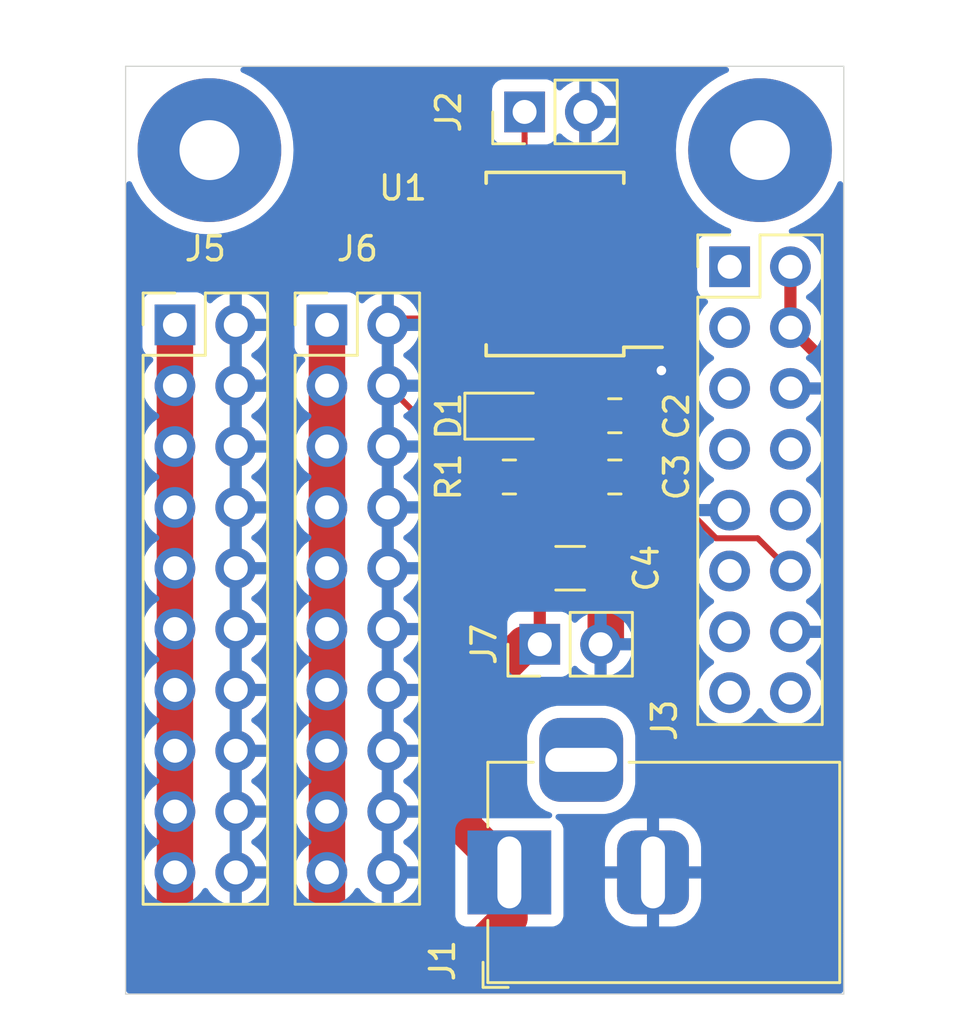
<source format=kicad_pcb>
(kicad_pcb (version 20221018) (generator pcbnew)
  (layers (0 "F.Cu" signal) (31 "B.Cu" signal) (34 "B.Paste" user) (35 "F.Paste" user) (36 "B.SilkS" user "B.Silkscreen") (37 "F.SilkS" user "F.Silkscreen") (38 "B.Mask" user) (39 "F.Mask" user) (44 "Edge.Cuts" user))
  (net 0 "")
  (net 1 "0")
  (net 2 "+5V")
  (net 3 "Net-(D1-Pad2)")
  (net 4 "Net-(J1-Pad16)")
  (net 5 "Net-(J1-Pad15)")
  (net 6 "Net-(J1-Pad11)")
  (net 7 "Net-(J1-Pad10)")
  (net 8 "Net-(J1-Pad8)")
  (net 9 "/Data")
  (net 10 "Net-(J1-Pad3)")
  (net 11 "Net-(J2-Pad1)")
  (net 12 "Net-(U1-Pad17)")
  (net 13 "Net-(U1-Pad16)")
  (net 14 "Net-(U1-Pad15)")
  (net 15 "Net-(U1-Pad14)")
  (net 16 "Net-(U1-Pad13)")
  (net 17 "Net-(U1-Pad12)")
  (net 18 "Net-(U1-Pad11)")
  (net 19 "Net-(U1-Pad9)")
  (net 20 "Net-(U1-Pad8)")
  (net 21 "Net-(U1-Pad7)")
  (net 22 "Net-(U1-Pad6)")
  (net 23 "Net-(U1-Pad5)")
  (net 24 "Net-(U1-Pad4)")
  (net 25 "Net-(U1-Pad3)")
  (net 26 "Net-(J1-Pad5)")
  (net 27 "Net-(J1-Pad13)")
  (net 28 "Net-(J1-Pad7)")
  (net 29 "Net-(J1-Pad1)")
  (footprint "Connector_PinHeader_2.54mm:PinHeader_1x02_P2.54mm_Vertical" (layer "F.Cu") (at 112.395 52.705 90)
    (fp_text reference "J2" (at 0 -3.175 90) (layer "F.SilkS"))
    (fp_text value "Conn_01x02")
    (fp_line (start -1.33 -1.33) (end 0 -1.33) (stroke (width 0.12)) (layer "F.SilkS"))
    (fp_line (start -1.33 0) (end -1.33 -1.33) (stroke (width 0.12)) (layer "F.SilkS"))
    (fp_line (start -1.33 1.27) (end -1.33 3.87) (stroke (width 0.12)) (layer "F.SilkS"))
    (fp_line (start -1.33 1.27) (end 1.33 1.27) (stroke (width 0.12)) (layer "F.SilkS"))
    (fp_line (start -1.33 3.87) (end 1.33 3.87) (stroke (width 0.12)) (layer "F.SilkS"))
    (fp_line (start 1.33 1.27) (end 1.33 3.87) (stroke (width 0.12)) (layer "F.SilkS"))
    (pad "1" thru_hole rect (at 0 0 90) (size 1.7 1.7) (drill 1) (layers "*.Cu" "*.Mask") (net 11 "Net-(J2-Pad1)"))
    (pad "2" thru_hole oval (at 0 2.54 90) (size 1.7 1.7) (drill 1) (layers "*.Cu" "*.Mask") (net 1 "0"))
  )
  (footprint "Connector_PinHeader_2.54mm:PinHeader_2x08_P2.54mm_Vertical" (layer "F.Cu") (at 120.96 59.17)
    (fp_text reference "J1" (at -11.994 28.968 270) (layer "F.SilkS"))
    (fp_text value "Conn_02x08_Odd_Even")
    (fp_line (start -1.33 -1.33) (end 0 -1.33) (stroke (width 0.12)) (layer "F.SilkS"))
    (fp_line (start -1.33 0) (end -1.33 -1.33) (stroke (width 0.12)) (layer "F.SilkS"))
    (fp_line (start -1.33 1.27) (end -1.33 19.11) (stroke (width 0.12)) (layer "F.SilkS"))
    (fp_line (start -1.33 1.27) (end 1.27 1.27) (stroke (width 0.12)) (layer "F.SilkS"))
    (fp_line (start -1.33 19.11) (end 3.87 19.11) (stroke (width 0.12)) (layer "F.SilkS"))
    (fp_line (start 1.27 -1.33) (end 3.87 -1.33) (stroke (width 0.12)) (layer "F.SilkS"))
    (fp_line (start 1.27 1.27) (end 1.27 -1.33) (stroke (width 0.12)) (layer "F.SilkS"))
    (fp_line (start 3.87 -1.33) (end 3.87 19.11) (stroke (width 0.12)) (layer "F.SilkS"))
    (pad "1" thru_hole rect locked (at 0 0) (size 1.7 1.7) (drill 1) (layers "*.Cu" "*.Mask") (net 29 "Net-(J1-Pad1)"))
    (pad "2" thru_hole oval locked (at 2.54 0) (size 1.7 1.7) (drill 1) (layers "*.Cu" "*.Mask") (net 2 "+5V"))
    (pad "3" thru_hole oval locked (at 0 2.54) (size 1.7 1.7) (drill 1) (layers "*.Cu" "*.Mask") (net 10 "Net-(J1-Pad3)"))
    (pad "4" thru_hole oval locked (at 2.54 2.54) (size 1.7 1.7) (drill 1) (layers "*.Cu" "*.Mask") (net 2 "+5V"))
    (pad "5" thru_hole oval locked (at 0 5.08) (size 1.7 1.7) (drill 1) (layers "*.Cu" "*.Mask") (net 26 "Net-(J1-Pad5)"))
    (pad "6" thru_hole oval locked (at 2.54 5.08) (size 1.7 1.7) (drill 1) (layers "*.Cu" "*.Mask") (net 1 "0"))
    (pad "7" thru_hole oval locked (at 0 7.62) (size 1.7 1.7) (drill 1) (layers "*.Cu" "*.Mask") (net 28 "Net-(J1-Pad7)"))
    (pad "8" thru_hole oval locked (at 2.54 7.62) (size 1.7 1.7) (drill 1) (layers "*.Cu" "*.Mask") (net 8 "Net-(J1-Pad8)"))
    (pad "9" thru_hole oval locked (at 0 10.16) (size 1.7 1.7) (drill 1) (layers "*.Cu" "*.Mask") (net 1 "0"))
    (pad "10" thru_hole oval locked (at 2.54 10.16) (size 1.7 1.7) (drill 1) (layers "*.Cu" "*.Mask") (net 7 "Net-(J1-Pad10)"))
    (pad "11" thru_hole oval locked (at 0 12.7) (size 1.7 1.7) (drill 1) (layers "*.Cu" "*.Mask") (net 6 "Net-(J1-Pad11)"))
    (pad "12" thru_hole oval locked (at 2.54 12.7) (size 1.7 1.7) (drill 1) (layers "*.Cu" "*.Mask") (net 9 "/Data"))
    (pad "13" thru_hole oval locked (at 0 15.24) (size 1.7 1.7) (drill 1) (layers "*.Cu" "*.Mask") (net 27 "Net-(J1-Pad13)"))
    (pad "14" thru_hole oval locked (at 2.54 15.24) (size 1.7 1.7) (drill 1) (layers "*.Cu" "*.Mask") (net 1 "0"))
    (pad "15" thru_hole oval locked (at 0 17.78) (size 1.7 1.7) (drill 1) (layers "*.Cu" "*.Mask") (net 5 "Net-(J1-Pad15)"))
    (pad "16" thru_hole oval locked (at 2.54 17.78) (size 1.7 1.7) (drill 1) (layers "*.Cu" "*.Mask") (net 4 "Net-(J1-Pad16)"))
  )
  (footprint "Connector_PinHeader_2.54mm:PinHeader_2x10_P2.54mm_Vertical" (layer "F.Cu") (at 97.79 61.595)
    (fp_text reference "J5" (at 1.27 -3.175) (layer "F.SilkS"))
    (fp_text value "Conn_02x10_Odd_Even")
    (fp_line (start -1.33 -1.33) (end 0 -1.33) (stroke (width 0.12)) (layer "F.SilkS"))
    (fp_line (start -1.33 0) (end -1.33 -1.33) (stroke (width 0.12)) (layer "F.SilkS"))
    (fp_line (start -1.33 1.27) (end -1.33 24.19) (stroke (width 0.12)) (layer "F.SilkS"))
    (fp_line (start -1.33 1.27) (end 1.27 1.27) (stroke (width 0.12)) (layer "F.SilkS"))
    (fp_line (start -1.33 24.19) (end 3.87 24.19) (stroke (width 0.12)) (layer "F.SilkS"))
    (fp_line (start 1.27 -1.33) (end 3.87 -1.33) (stroke (width 0.12)) (layer "F.SilkS"))
    (fp_line (start 1.27 1.27) (end 1.27 -1.33) (stroke (width 0.12)) (layer "F.SilkS"))
    (fp_line (start 3.87 -1.33) (end 3.87 24.19) (stroke (width 0.12)) (layer "F.SilkS"))
    (pad "1" thru_hole rect (at 0 0) (size 1.7 1.7) (drill 1) (layers "*.Cu" "*.Mask") (net 2 "+5V"))
    (pad "2" thru_hole oval (at 2.54 0) (size 1.7 1.7) (drill 1) (layers "*.Cu" "*.Mask") (net 1 "0"))
    (pad "3" thru_hole oval (at 0 2.54) (size 1.7 1.7) (drill 1) (layers "*.Cu" "*.Mask") (net 2 "+5V"))
    (pad "4" thru_hole oval (at 2.54 2.54) (size 1.7 1.7) (drill 1) (layers "*.Cu" "*.Mask") (net 1 "0"))
    (pad "5" thru_hole oval (at 0 5.08) (size 1.7 1.7) (drill 1) (layers "*.Cu" "*.Mask") (net 2 "+5V"))
    (pad "6" thru_hole oval (at 2.54 5.08) (size 1.7 1.7) (drill 1) (layers "*.Cu" "*.Mask") (net 1 "0"))
    (pad "7" thru_hole oval (at 0 7.62) (size 1.7 1.7) (drill 1) (layers "*.Cu" "*.Mask") (net 2 "+5V"))
    (pad "8" thru_hole oval (at 2.54 7.62) (size 1.7 1.7) (drill 1) (layers "*.Cu" "*.Mask") (net 1 "0"))
    (pad "9" thru_hole oval (at 0 10.16) (size 1.7 1.7) (drill 1) (layers "*.Cu" "*.Mask") (net 2 "+5V"))
    (pad "10" thru_hole oval (at 2.54 10.16) (size 1.7 1.7) (drill 1) (layers "*.Cu" "*.Mask") (net 1 "0"))
    (pad "11" thru_hole oval (at 0 12.7) (size 1.7 1.7) (drill 1) (layers "*.Cu" "*.Mask") (net 2 "+5V"))
    (pad "12" thru_hole oval (at 2.54 12.7) (size 1.7 1.7) (drill 1) (layers "*.Cu" "*.Mask") (net 1 "0"))
    (pad "13" thru_hole oval (at 0 15.24) (size 1.7 1.7) (drill 1) (layers "*.Cu" "*.Mask") (net 2 "+5V"))
    (pad "14" thru_hole oval (at 2.54 15.24) (size 1.7 1.7) (drill 1) (layers "*.Cu" "*.Mask") (net 1 "0"))
    (pad "15" thru_hole oval (at 0 17.78) (size 1.7 1.7) (drill 1) (layers "*.Cu" "*.Mask") (net 2 "+5V"))
    (pad "16" thru_hole oval (at 2.54 17.78) (size 1.7 1.7) (drill 1) (layers "*.Cu" "*.Mask") (net 1 "0"))
    (pad "17" thru_hole oval (at 0 20.32) (size 1.7 1.7) (drill 1) (layers "*.Cu" "*.Mask") (net 2 "+5V"))
    (pad "18" thru_hole oval (at 2.54 20.32) (size 1.7 1.7) (drill 1) (layers "*.Cu" "*.Mask") (net 1 "0"))
    (pad "19" thru_hole oval (at 0 22.86) (size 1.7 1.7) (drill 1) (layers "*.Cu" "*.Mask") (net 2 "+5V"))
    (pad "20" thru_hole oval (at 2.54 22.86) (size 1.7 1.7) (drill 1) (layers "*.Cu" "*.Mask") (net 1 "0"))
  )
  (footprint "Connector_PinHeader_2.54mm:PinHeader_2x10_P2.54mm_Vertical" (layer "F.Cu") (at 104.14 61.595)
    (fp_text reference "J6" (at 1.27 -3.175) (layer "F.SilkS"))
    (fp_text value "Conn_02x10_Odd_Even")
    (fp_line (start -1.33 -1.33) (end 0 -1.33) (stroke (width 0.12)) (layer "F.SilkS"))
    (fp_line (start -1.33 0) (end -1.33 -1.33) (stroke (width 0.12)) (layer "F.SilkS"))
    (fp_line (start -1.33 1.27) (end -1.33 24.19) (stroke (width 0.12)) (layer "F.SilkS"))
    (fp_line (start -1.33 1.27) (end 1.27 1.27) (stroke (width 0.12)) (layer "F.SilkS"))
    (fp_line (start -1.33 24.19) (end 3.87 24.19) (stroke (width 0.12)) (layer "F.SilkS"))
    (fp_line (start 1.27 -1.33) (end 3.87 -1.33) (stroke (width 0.12)) (layer "F.SilkS"))
    (fp_line (start 1.27 1.27) (end 1.27 -1.33) (stroke (width 0.12)) (layer "F.SilkS"))
    (fp_line (start 3.87 -1.33) (end 3.87 24.19) (stroke (width 0.12)) (layer "F.SilkS"))
    (pad "1" thru_hole rect (at 0 0) (size 1.7 1.7) (drill 1) (layers "*.Cu" "*.Mask") (net 2 "+5V"))
    (pad "2" thru_hole oval (at 2.54 0) (size 1.7 1.7) (drill 1) (layers "*.Cu" "*.Mask") (net 1 "0"))
    (pad "3" thru_hole oval (at 0 2.54) (size 1.7 1.7) (drill 1) (layers "*.Cu" "*.Mask") (net 2 "+5V"))
    (pad "4" thru_hole oval (at 2.54 2.54) (size 1.7 1.7) (drill 1) (layers "*.Cu" "*.Mask") (net 1 "0"))
    (pad "5" thru_hole oval (at 0 5.08) (size 1.7 1.7) (drill 1) (layers "*.Cu" "*.Mask") (net 2 "+5V"))
    (pad "6" thru_hole oval (at 2.54 5.08) (size 1.7 1.7) (drill 1) (layers "*.Cu" "*.Mask") (net 1 "0"))
    (pad "7" thru_hole oval (at 0 7.62) (size 1.7 1.7) (drill 1) (layers "*.Cu" "*.Mask") (net 2 "+5V"))
    (pad "8" thru_hole oval (at 2.54 7.62) (size 1.7 1.7) (drill 1) (layers "*.Cu" "*.Mask") (net 1 "0"))
    (pad "9" thru_hole oval (at 0 10.16) (size 1.7 1.7) (drill 1) (layers "*.Cu" "*.Mask") (net 2 "+5V"))
    (pad "10" thru_hole oval (at 2.54 10.16) (size 1.7 1.7) (drill 1) (layers "*.Cu" "*.Mask") (net 1 "0"))
    (pad "11" thru_hole oval (at 0 12.7) (size 1.7 1.7) (drill 1) (layers "*.Cu" "*.Mask") (net 2 "+5V"))
    (pad "12" thru_hole oval (at 2.54 12.7) (size 1.7 1.7) (drill 1) (layers "*.Cu" "*.Mask") (net 1 "0"))
    (pad "13" thru_hole oval (at 0 15.24) (size 1.7 1.7) (drill 1) (layers "*.Cu" "*.Mask") (net 2 "+5V"))
    (pad "14" thru_hole oval (at 2.54 15.24) (size 1.7 1.7) (drill 1) (layers "*.Cu" "*.Mask") (net 1 "0"))
    (pad "15" thru_hole oval (at 0 17.78) (size 1.7 1.7) (drill 1) (layers "*.Cu" "*.Mask") (net 2 "+5V"))
    (pad "16" thru_hole oval (at 2.54 17.78) (size 1.7 1.7) (drill 1) (layers "*.Cu" "*.Mask") (net 1 "0"))
    (pad "17" thru_hole oval (at 0 20.32) (size 1.7 1.7) (drill 1) (layers "*.Cu" "*.Mask") (net 2 "+5V"))
    (pad "18" thru_hole oval (at 2.54 20.32) (size 1.7 1.7) (drill 1) (layers "*.Cu" "*.Mask") (net 1 "0"))
    (pad "19" thru_hole oval (at 0 22.86) (size 1.7 1.7) (drill 1) (layers "*.Cu" "*.Mask") (net 2 "+5V"))
    (pad "20" thru_hole oval (at 2.54 22.86) (size 1.7 1.7) (drill 1) (layers "*.Cu" "*.Mask") (net 1 "0"))
  )
  (footprint "Connector_BarrelJack:BarrelJack_Horizontal" (layer "F.Cu") (at 111.76 84.455 180)
    (fp_text reference "J3" (at -6.477 6.35 270) (layer "F.SilkS"))
    (fp_text value "Jack-DC")
    (fp_line (start -13.8 -4.6) (end 0.9 -4.6) (stroke (width 0.12)) (layer "F.SilkS"))
    (fp_line (start -13.8 4.6) (end -13.8 -4.6) (stroke (width 0.12)) (layer "F.SilkS"))
    (fp_line (start -5 4.6) (end -13.8 4.6) (stroke (width 0.12)) (layer "F.SilkS"))
    (fp_line (start 0.05 -4.8) (end 1.1 -4.8) (stroke (width 0.12)) (layer "F.SilkS"))
    (fp_line (start 0.9 -4.6) (end 0.9 -2) (stroke (width 0.12)) (layer "F.SilkS"))
    (fp_line (start 0.9 1.9) (end 0.9 4.6) (stroke (width 0.12)) (layer "F.SilkS"))
    (fp_line (start 0.9 4.6) (end -1 4.6) (stroke (width 0.12)) (layer "F.SilkS"))
    (fp_line (start 1.1 -3.75) (end 1.1 -4.8) (stroke (width 0.12)) (layer "F.SilkS"))
    (pad "1" thru_hole rect (at 0 0 180) (size 3.5 3.5) (drill oval 1 3) (layers "*.Cu" "*.Mask") (net 2 "+5V"))
    (pad "2" thru_hole roundrect (at -6 0 180) (size 3 3.5) (drill oval 1 3) (layers "*.Cu" "*.Mask") (net 1 "0"))
    (pad "3" thru_hole roundrect (at -3 4.7 180) (size 3.5 3.5) (drill oval 3 1) (layers "*.Cu" "*.Mask"))
  )
  (footprint "Capacitor_SMD:C_1206_3216Metric_Pad1.42x1.75mm_HandSolder" (layer "F.Cu") (at 114.3 71.755)
    (fp_text reference "C4" (at 3.175 0 90) (layer "F.SilkS"))
    (fp_text value "47uF")
    (fp_line (start -0.602064 -0.91) (end 0.602064 -0.91) (stroke (width 0.12)) (layer "F.SilkS"))
    (fp_line (start -0.602064 0.91) (end 0.602064 0.91) (stroke (width 0.12)) (layer "F.SilkS"))
    (pad "1" smd roundrect (at -1.4875 0) (size 1.425 1.75) (layers "F.Cu" "F.Paste" "F.Mask") (roundrect_rratio 0.175439) (net 2 "+5V"))
    (pad "2" smd roundrect (at 1.4875 0) (size 1.425 1.75) (layers "F.Cu" "F.Paste" "F.Mask") (roundrect_rratio 0.175439) (net 1 "0"))
  )
  (footprint "Connector_PinHeader_2.54mm:PinHeader_1x02_P2.54mm_Vertical" (layer "F.Cu") (at 113.03 74.93 90)
    (fp_text reference "J7" (at 0 -2.33 90) (layer "F.SilkS"))
    (fp_text value "Conn_01x02")
    (fp_line (start -1.33 -1.33) (end 0 -1.33) (stroke (width 0.12)) (layer "F.SilkS"))
    (fp_line (start -1.33 0) (end -1.33 -1.33) (stroke (width 0.12)) (layer "F.SilkS"))
    (fp_line (start -1.33 1.27) (end -1.33 3.87) (stroke (width 0.12)) (layer "F.SilkS"))
    (fp_line (start -1.33 1.27) (end 1.33 1.27) (stroke (width 0.12)) (layer "F.SilkS"))
    (fp_line (start -1.33 3.87) (end 1.33 3.87) (stroke (width 0.12)) (layer "F.SilkS"))
    (fp_line (start 1.33 1.27) (end 1.33 3.87) (stroke (width 0.12)) (layer "F.SilkS"))
    (pad "1" thru_hole rect (at 0 0 90) (size 1.7 1.7) (drill 1) (layers "*.Cu" "*.Mask") (net 2 "+5V"))
    (pad "2" thru_hole oval (at 0 2.54 90) (size 1.7 1.7) (drill 1) (layers "*.Cu" "*.Mask") (net 1 "0"))
  )
  (footprint "Package_SO:SSOP-20_5.3x7.2mm_P0.65mm" (layer "F.Cu") (at 113.665 59.055 180)
    (fp_text reference "U1" (at 6.35 3.175 180) (layer "F.SilkS"))
    (fp_text value "74HC245")
    (fp_line (start -2.875 -3.825) (end -2.875 -3.475) (stroke (width 0.15)) (layer "F.SilkS"))
    (fp_line (start -2.875 -3.825) (end 2.875 -3.825) (stroke (width 0.15)) (layer "F.SilkS"))
    (fp_line (start -2.875 -3.475) (end -4.475 -3.475) (stroke (width 0.15)) (layer "F.SilkS"))
    (fp_line (start -2.875 3.825) (end -2.875 3.375) (stroke (width 0.15)) (layer "F.SilkS"))
    (fp_line (start -2.875 3.825) (end 2.875 3.825) (stroke (width 0.15)) (layer "F.SilkS"))
    (fp_line (start 2.875 -3.825) (end 2.875 -3.375) (stroke (width 0.15)) (layer "F.SilkS"))
    (fp_line (start 2.875 3.825) (end 2.875 3.375) (stroke (width 0.15)) (layer "F.SilkS"))
    (pad "1" smd rect (at -3.6 -2.925 180) (size 1.75 0.45) (layers "F.Cu" "F.Paste" "F.Mask") (net 2 "+5V"))
    (pad "2" smd rect (at -3.6 -2.275 180) (size 1.75 0.45) (layers "F.Cu" "F.Paste" "F.Mask") (net 9 "/Data"))
    (pad "3" smd rect (at -3.6 -1.625 180) (size 1.75 0.45) (layers "F.Cu" "F.Paste" "F.Mask") (net 25 "Net-(U1-Pad3)"))
    (pad "4" smd rect (at -3.6 -0.975 180) (size 1.75 0.45) (layers "F.Cu" "F.Paste" "F.Mask") (net 24 "Net-(U1-Pad4)"))
    (pad "5" smd rect (at -3.6 -0.325 180) (size 1.75 0.45) (layers "F.Cu" "F.Paste" "F.Mask") (net 23 "Net-(U1-Pad5)"))
    (pad "6" smd rect (at -3.6 0.325 180) (size 1.75 0.45) (layers "F.Cu" "F.Paste" "F.Mask") (net 22 "Net-(U1-Pad6)"))
    (pad "7" smd rect (at -3.6 0.975 180) (size 1.75 0.45) (layers "F.Cu" "F.Paste" "F.Mask") (net 21 "Net-(U1-Pad7)"))
    (pad "8" smd rect (at -3.6 1.625 180) (size 1.75 0.45) (layers "F.Cu" "F.Paste" "F.Mask") (net 20 "Net-(U1-Pad8)"))
    (pad "9" smd rect (at -3.6 2.275 180) (size 1.75 0.45) (layers "F.Cu" "F.Paste" "F.Mask") (net 19 "Net-(U1-Pad9)"))
    (pad "10" smd rect (at -3.6 2.925 180) (size 1.75 0.45) (layers "F.Cu" "F.Paste" "F.Mask") (net 1 "0"))
    (pad "11" smd rect (at 3.6 2.925 180) (size 1.75 0.45) (layers "F.Cu" "F.Paste" "F.Mask") (net 18 "Net-(U1-Pad11)"))
    (pad "12" smd rect (at 3.6 2.275 180) (size 1.75 0.45) (layers "F.Cu" "F.Paste" "F.Mask") (net 17 "Net-(U1-Pad12)"))
    (pad "13" smd rect (at 3.6 1.625 180) (size 1.75 0.45) (layers "F.Cu" "F.Paste" "F.Mask") (net 16 "Net-(U1-Pad13)"))
    (pad "14" smd rect (at 3.6 0.975 180) (size 1.75 0.45) (layers "F.Cu" "F.Paste" "F.Mask") (net 15 "Net-(U1-Pad14)"))
    (pad "15" smd rect (at 3.6 0.325 180) (size 1.75 0.45) (layers "F.Cu" "F.Paste" "F.Mask") (net 14 "Net-(U1-Pad15)"))
    (pad "16" smd rect (at 3.6 -0.325 180) (size 1.75 0.45) (layers "F.Cu" "F.Paste" "F.Mask") (net 13 "Net-(U1-Pad16)"))
    (pad "17" smd rect (at 3.6 -0.975 180) (size 1.75 0.45) (layers "F.Cu" "F.Paste" "F.Mask") (net 12 "Net-(U1-Pad17)"))
    (pad "18" smd rect (at 3.6 -1.625 180) (size 1.75 0.45) (layers "F.Cu" "F.Paste" "F.Mask") (net 11 "Net-(J2-Pad1)"))
    (pad "19" smd rect (at 3.6 -2.275 180) (size 1.75 0.45) (layers "F.Cu" "F.Paste" "F.Mask") (net 1 "0"))
    (pad "20" smd rect (at 3.6 -2.925 180) (size 1.75 0.45) (layers "F.Cu" "F.Paste" "F.Mask") (net 2 "+5V"))
  )
  (footprint "Resistor_SMD:R_0805_2012Metric_Pad1.15x1.40mm_HandSolder" (layer "F.Cu") (at 111.76 67.945 180)
    (fp_text reference "R1" (at 2.54 0 270) (layer "F.SilkS"))
    (fp_text value "10K")
    (fp_line (start -0.261252 -0.71) (end 0.261252 -0.71) (stroke (width 0.12)) (layer "F.SilkS"))
    (fp_line (start -0.261252 0.71) (end 0.261252 0.71) (stroke (width 0.12)) (layer "F.SilkS"))
    (pad "1" smd roundrect (at -1.025 0 180) (size 1.15 1.4) (layers "F.Cu" "F.Paste" "F.Mask") (roundrect_rratio 0.217391) (net 2 "+5V"))
    (pad "2" smd roundrect (at 1.025 0 180) (size 1.15 1.4) (layers "F.Cu" "F.Paste" "F.Mask") (roundrect_rratio 0.217391) (net 3 "Net-(D1-Pad2)"))
  )
  (footprint "Capacitor_SMD:C_0805_2012Metric_Pad1.15x1.40mm_HandSolder" (layer "F.Cu") (at 116.165001 67.945)
    (fp_text reference "C3" (at 2.579999 0 90) (layer "F.SilkS"))
    (fp_text value "0.1uF")
    (fp_line (start -0.261252 -0.71) (end 0.261252 -0.71) (stroke (width 0.12)) (layer "F.SilkS"))
    (fp_line (start -0.261252 0.71) (end 0.261252 0.71) (stroke (width 0.12)) (layer "F.SilkS"))
    (pad "1" smd roundrect (at -1.025 0) (size 1.15 1.4) (layers "F.Cu" "F.Paste" "F.Mask") (roundrect_rratio 0.217391) (net 2 "+5V"))
    (pad "2" smd roundrect (at 1.025 0) (size 1.15 1.4) (layers "F.Cu" "F.Paste" "F.Mask") (roundrect_rratio 0.217391) (net 1 "0"))
  )
  (footprint "LED_SMD:LED_0805_2012Metric_Pad1.15x1.40mm_HandSolder" (layer "F.Cu") (at 111.76 65.405)
    (fp_text reference "D1" (at -2.54 0 90) (layer "F.SilkS"))
    (fp_text value "LED")
    (fp_line (start -1.86 -0.96) (end -1.86 0.96) (stroke (width 0.12)) (layer "F.SilkS"))
    (fp_line (start -1.86 0.96) (end 1 0.96) (stroke (width 0.12)) (layer "F.SilkS"))
    (fp_line (start 1 -0.96) (end -1.86 -0.96) (stroke (width 0.12)) (layer "F.SilkS"))
    (pad "1" smd roundrect (at -1.025 0) (size 1.15 1.4) (layers "F.Cu" "F.Paste" "F.Mask") (roundrect_rratio 0.217391) (net 1 "0"))
    (pad "2" smd roundrect (at 1.025 0) (size 1.15 1.4) (layers "F.Cu" "F.Paste" "F.Mask") (roundrect_rratio 0.217391) (net 3 "Net-(D1-Pad2)"))
  )
  (footprint "Capacitor_SMD:C_0805_2012Metric_Pad1.15x1.40mm_HandSolder" (layer "F.Cu") (at 116.165001 65.390001)
    (fp_text reference "C2" (at 2.579999 0.014999 90) (layer "F.SilkS"))
    (fp_text value "10uF")
    (fp_line (start -0.261252 -0.71) (end 0.261252 -0.71) (stroke (width 0.12)) (layer "F.SilkS"))
    (fp_line (start -0.261252 0.71) (end 0.261252 0.71) (stroke (width 0.12)) (layer "F.SilkS"))
    (pad "1" smd roundrect (at -1.025 0) (size 1.15 1.4) (layers "F.Cu" "F.Paste" "F.Mask") (roundrect_rratio 0.217391) (net 2 "+5V"))
    (pad "2" smd roundrect (at 1.025 0) (size 1.15 1.4) (layers "F.Cu" "F.Paste" "F.Mask") (roundrect_rratio 0.217391) (net 1 "0"))
  )
  (gr_line (start 125.73 86.995) (end 125.73 50.8) (stroke (width 0.05)) (layer "Edge.Cuts"))
  (gr_line (start 95.73 89.535) (end 125.73 89.535) (stroke (width 0.05)) (layer "Edge.Cuts"))
  (gr_line (start 125.73 89.535) (end 125.73 86.995) (stroke (width 0.05)) (layer "Edge.Cuts"))
  (gr_line (start 95.73 50.8) (end 95.73 89.535) (stroke (width 0.05)) (layer "Edge.Cuts"))
  (gr_line (start 125.73 50.8) (end 95.73 50.8) (stroke (width 0.05)) (layer "Edge.Cuts"))
  (via (at 122.23 54.3) (size 6) (drill 2.5) (layers "F.Cu" "B.Cu") (net 0))
  (via (at 99.23 54.3) (size 6) (drill 2.5) (layers "F.Cu" "B.Cu") (net 0))
  (segment (start 117.190001 67.945) (end 117.190001 64.419999) (width 0.508) (layer "F.Cu") (net 1))
  (segment (start 115.7875 74.7125) (end 115.57 74.93) (width 1.524) (layer "F.Cu") (net 1))
  (segment (start 110.065 61.33) (end 106.945 61.33) (width 0.25) (layer "F.Cu") (net 1))
  (segment (start 115.790999 56.100999) (end 116.026799 56.100999) (width 0.508) (layer "F.Cu") (net 1))
  (segment (start 107.95 65.405) (end 106.68 64.135) (width 0.25) (layer "F.Cu") (net 1))
  (segment (start 114.935 52.705) (end 114.935 55.245) (width 0.508) (layer "F.Cu") (net 1))
  (segment (start 114.935 55.245) (end 115.790999 56.100999) (width 0.508) (layer "F.Cu") (net 1))
  (segment (start 115.7875 71.755) (end 115.7875 74.7125) (width 1.524) (layer "F.Cu") (net 1))
  (segment (start 117.190001 64.419999) (end 118.11 63.5) (width 0.508) (layer "F.Cu") (net 1))
  (segment (start 106.945 61.33) (end 106.68 61.595) (width 0.25) (layer "F.Cu") (net 1))
  (segment (start 116.026799 56.100999) (end 117.265 56.100999) (width 0.508) (layer "F.Cu") (net 1))
  (segment (start 110.735 65.405) (end 107.95 65.405) (width 0.25) (layer "F.Cu") (net 1))
  (via (at 118.11 63.5) (size 0.8) (drill 0.4) (layers "F.Cu" "B.Cu") (net 1))
  (segment (start 100.33 64.135) (end 101.532081 64.135) (width 0.508) (layer "B.Cu") (net 1))
  (segment (start 101.532081 64.135) (end 101.85854 63.808541) (width 0.508) (layer "B.Cu") (net 1))
  (segment (start 113.03 71.3375) (end 112.8125 71.12) (width 0.25) (layer "F.Cu") (net 2))
  (segment (start 115.140001 69.390999) (end 115.140001 67.945) (width 0.508) (layer "F.Cu") (net 2))
  (segment (start 115.140001 69.293001) (end 115.140001 69.390999) (width 0.508) (layer "F.Cu") (net 2))
  (segment (start 119.38 79.375) (end 118.11 78.105) (width 0.508) (layer "F.Cu") (net 2))
  (segment (start 111.76 84.455) (end 109.855 82.55) (width 1.524) (layer "F.Cu") (net 2))
  (segment (start 102.87 87.63) (end 99.06 87.63) (width 1.524) (layer "F.Cu") (net 2))
  (segment (start 115.317999 63.247999) (end 115.3325 63.2625) (width 0.25) (layer "F.Cu") (net 2))
  (segment (start 112.8125 67.9725) (end 112.785 67.945) (width 0.508) (layer "F.Cu") (net 2))
  (segment (start 116.336 61.98) (end 117.265 61.98) (width 0.25) (layer "F.Cu") (net 2))
  (segment (start 114.681 68.834) (end 115.140001 69.293001) (width 0.508) (layer "F.Cu") (net 2))
  (segment (start 113.853501 62.168499) (end 114.044001 62.358999) (width 0.25) (layer "F.Cu") (net 2))
  (segment (start 115.695001 62.739999) (end 115.885501 62.549499) (width 0.25) (layer "F.Cu") (net 2))
  (segment (start 114.935 69.596) (end 115.140001 69.390999) (width 0.508) (layer "F.Cu") (net 2))
  (segment (start 114.173 69.215) (end 114.554 69.215) (width 0.508) (layer "F.Cu") (net 2))
  (segment (start 113.665002 61.98) (end 116.336 61.98) (width 0.25) (layer "F.Cu") (net 2))
  (segment (start 117.41599 69.79099) (end 116.14599 69.79099) (width 0.508) (layer "F.Cu") (net 2))
  (segment (start 125.095 78.105) (end 123.825 79.375) (width 0.508) (layer "F.Cu") (net 2))
  (segment (start 125.095 63.305) (end 125.095 78.105) (width 0.508) (layer "F.Cu") (net 2))
  (segment (start 113.538 68.199) (end 113.284 67.945) (width 0.508) (layer "F.Cu") (net 2))
  (segment (start 115.140001 68.785001) (end 116.14599 69.79099) (width 0.508) (layer "F.Cu") (net 2))
  (segment (start 115.140001 67.945) (end 115.140001 65.390001) (width 0.25) (layer "F.Cu") (net 2))
  (segment (start 113.538 68.199) (end 113.792 68.453) (width 0.508) (layer "F.Cu") (net 2))
  (segment (start 114.516629 69.177629) (end 114.516629 68.998371) (width 0.508) (layer "F.Cu") (net 2))
  (segment (start 114.425001 62.739999) (end 115.695001 62.739999) (width 0.25) (layer "F.Cu") (net 2))
  (segment (start 97.79 84.455) (end 97.79 61.595) (width 1.524) (layer "F.Cu") (net 2))
  (segment (start 104.14 84.455) (end 104.14 61.595) (width 1.524) (layer "F.Cu") (net 2))
  (segment (start 123.5 61.71) (end 125.095 63.305) (width 0.508) (layer "F.Cu") (net 2))
  (segment (start 116.0945 62.5005) (end 116.615 61.98) (width 0.25) (layer "F.Cu") (net 2))
  (segment (start 116.14599 69.79099) (end 115.51099 69.79099) (width 0.508) (layer "F.Cu") (net 2))
  (segment (start 113.919 69.596) (end 113.665 69.85) (width 0.508) (layer "F.Cu") (net 2))
  (segment (start 115.140001 62.663997) (end 115.254499 62.549499) (width 0.508) (layer "F.Cu") (net 2))
  (segment (start 113.783 68.825) (end 114.173 69.215) (width 0.508) (layer "F.Cu") (net 2))
  (segment (start 116.615 61.98) (end 117.265 61.98) (width 0.25) (layer "F.Cu") (net 2))
  (segment (start 114.554 69.215) (end 114.516629 69.177629) (width 0.508) (layer "F.Cu") (net 2))
  (segment (start 105.41 87.63) (end 102.87 87.63) (width 1.524) (layer "F.Cu") (net 2))
  (segment (start 116.045501 62.549499) (end 116.0945 62.5005) (width 0.25) (layer "F.Cu") (net 2))
  (segment (start 114.14151 69.79099) (end 114.0825 69.85) (width 0.508) (layer "F.Cu") (net 2))
  (segment (start 113.23875 70.27625) (end 113.23875 68.78875) (width 0.508) (layer "F.Cu") (net 2))
  (segment (start 99.06 87.63) (end 97.79 86.36) (width 1.524) (layer "F.Cu") (net 2))
  (segment (start 115.254499 62.549499) (end 115.885501 62.549499) (width 0.25) (layer "F.Cu") (net 2))
  (segment (start 113.665 68.825) (end 113.783 68.825) (width 0.508) (layer "F.Cu") (net 2))
  (segment (start 114.234501 62.549499) (end 115.254499 62.549499) (width 0.25) (layer "F.Cu") (net 2))
  (segment (start 114.3 68.453) (end 114.681 68.834) (width 0.508) (layer "F.Cu") (net 2))
  (segment (start 113.665 68.825) (end 112.785 67.945) (width 0.508) (layer "F.Cu") (net 2))
  (segment (start 118.11 78.105) (end 118.11 70.485) (width 0.508) (layer "F.Cu") (net 2))
  (segment (start 114.425001 62.739999) (end 114.615501 62.930499) (width 0.25) (layer "F.Cu") (net 2))
  (segment (start 113.23875 70.27625) (end 113.23875 70.69375) (width 0.508) (layer "F.Cu") (net 2))
  (segment (start 115.140001 65.390001) (end 115.140001 63.454999) (width 0.25) (layer "F.Cu") (net 2))
  (segment (start 114.044001 62.358999) (end 115.957001 62.358999) (width 0.25) (layer "F.Cu") (net 2))
  (segment (start 116.147501 62.168499) (end 116.336 61.98) (width 0.25) (layer "F.Cu") (net 2))
  (segment (start 104.14 84.455) (end 104.14 85.725) (width 1.524) (layer "F.Cu") (net 2))
  (segment (start 104.14 85.725) (end 104.14 86.36) (width 1.524) (layer "F.Cu") (net 2))
  (segment (start 113.665002 61.98) (end 113.853501 62.168499) (width 0.25) (layer "F.Cu") (net 2))
  (segment (start 111.76 84.455) (end 111.76 86.36) (width 1.524) (layer "F.Cu") (net 2))
  (segment (start 111.76 86.36) (end 110.49 87.63) (width 1.524) (layer "F.Cu") (net 2))
  (segment (start 113.23875 70.69375) (end 112.8125 71.12) (width 0.508) (layer "F.Cu") (net 2))
  (segment (start 115.885501 62.549499) (end 116.045501 62.549499) (width 0.25) (layer "F.Cu") (net 2))
  (segment (start 113.03 74.93) (end 113.03 71.9725) (width 0.508) (layer "F.Cu") (net 2))
  (segment (start 115.957001 62.358999) (end 116.147501 62.168499) (width 0.25) (layer "F.Cu") (net 2))
  (segment (start 110.49 87.63) (end 105.41 87.63) (width 1.524) (layer "F.Cu") (net 2))
  (segment (start 114.933001 63.247999) (end 115.317999 63.247999) (width 0.25) (layer "F.Cu") (net 2))
  (segment (start 104.14 86.36) (end 105.41 87.63) (width 1.524) (layer "F.Cu") (net 2))
  (segment (start 114.044001 62.358999) (end 114.234501 62.549499) (width 0.25) (layer "F.Cu") (net 2))
  (segment (start 110.065 61.98) (end 113.665002 61.98) (width 0.25) (layer "F.Cu") (net 2))
  (segment (start 115.314001 63.120999) (end 115.504501 62.930499) (width 0.25) (layer "F.Cu") (net 2))
  (segment (start 113.665 69.85) (end 113.665 68.825) (width 0.508) (layer "F.Cu") (net 2))
  (segment (start 113.665 69.85) (end 113.23875 70.27625) (width 0.508) (layer "F.Cu") (net 2))
  (segment (start 115.140001 63.454999) (end 115.3325 63.2625) (width 0.25) (layer "F.Cu") (net 2))
  (segment (start 115.51099 69.79099) (end 115.1255 69.4055) (width 0.508) (layer "F.Cu") (net 2))
  (segment (start 112.8125 71.755) (end 112.8125 67.9725) (width 0.508) (layer "F.Cu") (net 2))
  (segment (start 114.615501 62.930499) (end 115.504501 62.930499) (width 0.25) (layer "F.Cu") (net 2))
  (segment (start 104.14 86.36) (end 102.87 87.63) (width 1.524) (layer "F.Cu") (net 2))
  (segment (start 115.140001 67.945) (end 115.140001 62.663997) (width 0.508) (layer "F.Cu") (net 2))
  (segment (start 114.806001 63.120999) (end 115.314001 63.120999) (width 0.25) (layer "F.Cu") (net 2))
  (segment (start 113.03 71.9725) (end 112.8125 71.755) (width 0.508) (layer "F.Cu") (net 2))
  (segment (start 114.554 68.707) (end 115.140001 69.293001) (width 0.508) (layer "F.Cu") (net 2))
  (segment (start 115.3325 63.2625) (end 116.0945 62.5005) (width 0.25) (layer "F.Cu") (net 2))
  (segment (start 114.935 69.596) (end 115.1255 69.4055) (width 0.508) (layer "F.Cu") (net 2))
  (segment (start 113.792 68.453) (end 114.3 68.453) (width 0.508) (layer "F.Cu") (net 2))
  (segment (start 114.554 68.707) (end 114.554 68.326) (width 0.508) (layer "F.Cu") (net 2))
  (segment (start 118.11 70.485) (end 117.41599 69.79099) (width 0.508) (layer "F.Cu") (net 2))
  (segment (start 114.234501 62.549499) (end 114.425001 62.739999) (width 0.25) (layer "F.Cu") (net 2))
  (segment (start 114.427 68.199) (end 113.538 68.199) (width 0.508) (layer "F.Cu") (net 2))
  (segment (start 114.933001 63.247999) (end 115.140001 63.454999) (width 0.25) (layer "F.Cu") (net 2))
  (segment (start 113.853501 62.168499) (end 116.147501 62.168499) (width 0.25) (layer "F.Cu") (net 2))
  (segment (start 114.516629 68.998371) (end 114.681 68.834) (width 0.508) (layer "F.Cu") (net 2))
  (segment (start 115.504501 62.930499) (end 115.695001 62.739999) (width 0.25) (layer "F.Cu") (net 2))
  (segment (start 112.785 67.945) (end 113.284 67.945) (width 0.508) (layer "F.Cu") (net 2))
  (segment (start 114.0825 69.85) (end 113.23875 70.69375) (width 0.508) (layer "F.Cu") (net 2))
  (segment (start 109.855 77.47) (end 112.395 74.93) (width 1.524) (layer "F.Cu") (net 2))
  (segment (start 123.5 59.17) (end 123.5 61.71) (width 0.508) (layer "F.Cu") (net 2))
  (segment (start 114.806001 63.120999) (end 114.933001 63.247999) (width 0.25) (layer "F.Cu") (net 2))
  (segment (start 113.792 68.453) (end 114.554 69.215) (width 0.508) (layer "F.Cu") (net 2))
  (segment (start 115.140001 67.945) (end 115.140001 68.785001) (width 0.508) (layer "F.Cu") (net 2))
  (segment (start 113.284 67.945) (end 115.140001 67.945) (width 0.508) (layer "F.Cu") (net 2))
  (segment (start 114.554 68.326) (end 114.427 68.199) (width 0.508) (layer "F.Cu") (net 2))
  (segment (start 123.825 79.375) (end 119.38 79.375) (width 0.508) (layer "F.Cu") (net 2))
  (segment (start 114.615501 62.930499) (end 114.806001 63.120999) (width 0.25) (layer "F.Cu") (net 2))
  (segment (start 112.395 74.93) (end 113.03 74.93) (width 1.524) (layer "F.Cu") (net 2))
  (segment (start 115.51099 69.79099) (end 114.14151 69.79099) (width 0.508) (layer "F.Cu") (net 2))
  (segment (start 109.855 82.55) (end 109.855 77.47) (width 1.524) (layer "F.Cu") (net 2))
  (segment (start 97.79 86.36) (end 97.79 84.455) (width 1.524) (layer "F.Cu") (net 2))
  (segment (start 113.919 69.596) (end 114.935 69.596) (width 0.508) (layer "F.Cu") (net 2))
  (segment (start 104.14 85.725) (end 104.14 86.995) (width 1.524) (layer "F.Cu") (net 2))
  (segment (start 112.785 65.895) (end 112.785 65.405) (width 0.25) (layer "F.Cu") (net 3))
  (segment (start 110.735 67.945) (end 112.785 65.895) (width 0.25) (layer "F.Cu") (net 3))
  (segment (start 119.38 69.489002) (end 120.395999 70.505001) (width 0.25) (layer "F.Cu") (net 9))
  (segment (start 122.135001 70.505001) (end 123.5 71.87) (width 0.25) (layer "F.Cu") (net 9))
  (segment (start 118.39 61.33) (end 119.38 62.32) (width 0.25) (layer "F.Cu") (net 9))
  (segment (start 119.38 62.32) (end 119.38 69.489002) (width 0.25) (layer "F.Cu") (net 9))
  (segment (start 120.395999 70.505001) (end 122.135001 70.505001) (width 0.25) (layer "F.Cu") (net 9))
  (segment (start 117.265 61.33) (end 118.39 61.33) (width 0.25) (layer "F.Cu") (net 9))
  (segment (start 112.395 59.475) (end 112.395 53.805) (width 0.25) (layer "F.Cu") (net 11))
  (segment (start 110.065 60.68) (end 111.19 60.68) (width 0.25) (layer "F.Cu") (net 11))
  (segment (start 111.19 60.68) (end 112.395 59.475) (width 0.25) (layer "F.Cu") (net 11))
  (segment (start 112.395 53.805) (end 112.395 52.705) (width 0.25) (layer "F.Cu") (net 11))
  (zone (net 1) (net_name "0") (layer "B.Cu") (connect_pads (clearance 0.508)) (min_thickness 0.254) (fill yes (thermal_gap 0.508) (thermal_bridge_width 0.508))
    (polygon (pts (xy 95.73 50.8) (xy 95.73 89.53) (xy 125.73 89.53) (xy 125.73 50.8)))
  )
)
</source>
